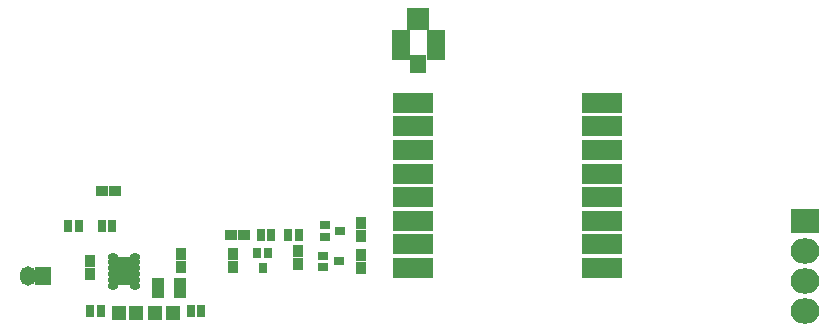
<source format=gts>
G04 #@! TF.FileFunction,Soldermask,Top*
%FSLAX46Y46*%
G04 Gerber Fmt 4.6, Leading zero omitted, Abs format (unit mm)*
G04 Created by KiCad (PCBNEW 4.0.5+dfsg1-4) date Tue Oct  2 15:16:33 2018*
%MOMM*%
%LPD*%
G01*
G04 APERTURE LIST*
%ADD10C,0.100000*%
%ADD11R,1.500000X2.650000*%
%ADD12R,1.450000X1.500000*%
%ADD13R,1.924000X1.924000*%
%ADD14R,3.400000X1.700000*%
%ADD15R,1.350000X1.650000*%
%ADD16O,1.350000X1.650000*%
%ADD17R,0.900000X1.000000*%
%ADD18R,1.000000X0.900000*%
%ADD19R,1.197560X1.197560*%
%ADD20R,1.100000X1.700000*%
%ADD21R,0.910000X0.800000*%
%ADD22R,0.800000X1.000000*%
%ADD23R,2.432000X2.127200*%
%ADD24O,2.432000X2.127200*%
%ADD25O,0.900000X0.650000*%
%ADD26R,1.300000X2.400000*%
%ADD27R,0.800000X0.910000*%
G04 APERTURE END LIST*
D10*
D11*
X154325000Y-103200000D03*
X157275000Y-103200000D03*
D12*
X155800000Y-104750000D03*
D13*
X155800000Y-101000000D03*
D14*
X171310000Y-108060000D03*
X171310000Y-110060000D03*
X171310000Y-112060000D03*
X171310000Y-114060000D03*
X171310000Y-116060000D03*
X171310000Y-118060000D03*
X171310000Y-120060000D03*
X171310000Y-122060000D03*
X155310000Y-122060000D03*
X155310000Y-120060000D03*
X155310000Y-118060000D03*
X155310000Y-116060000D03*
X155310000Y-114060000D03*
X155310000Y-112060000D03*
X155310000Y-110060000D03*
X155310000Y-108060000D03*
D15*
X123990000Y-122730000D03*
D16*
X122740000Y-122730000D03*
D17*
X128020000Y-122540000D03*
X128020000Y-121440000D03*
X135670000Y-121940000D03*
X135670000Y-120840000D03*
X150900000Y-119350000D03*
X150900000Y-118250000D03*
X145600000Y-120650000D03*
X145600000Y-121750000D03*
X140100000Y-121950000D03*
X140100000Y-120850000D03*
D18*
X141050000Y-119300000D03*
X139950000Y-119300000D03*
X130070000Y-115530000D03*
X128970000Y-115530000D03*
D19*
X135019300Y-125840000D03*
X133520700Y-125840000D03*
X130420700Y-125840000D03*
X131919300Y-125840000D03*
D20*
X133710000Y-123740000D03*
X135610000Y-123740000D03*
D21*
X147750000Y-121000000D03*
X147750000Y-122000000D03*
X149050000Y-121500000D03*
X147850000Y-118400000D03*
X147850000Y-119400000D03*
X149150000Y-118900000D03*
D22*
X126170000Y-118540000D03*
X127070000Y-118540000D03*
X129870000Y-118540000D03*
X128970000Y-118540000D03*
X137420000Y-125740000D03*
X136520000Y-125740000D03*
X128020000Y-125740000D03*
X128920000Y-125740000D03*
X143350000Y-119300000D03*
X142450000Y-119300000D03*
D23*
X188520000Y-118040000D03*
D24*
X188520000Y-120580000D03*
X188520000Y-123120000D03*
X188520000Y-125660000D03*
D25*
X131820000Y-123590000D03*
X131820000Y-123090000D03*
X131820000Y-122590000D03*
X131820000Y-122090000D03*
X131820000Y-121590000D03*
X131820000Y-121090000D03*
X129920000Y-121090000D03*
X129920000Y-121590000D03*
X129920000Y-122090000D03*
X129920000Y-122590000D03*
X129920000Y-123090000D03*
X129920000Y-123590000D03*
D26*
X130870000Y-122340000D03*
D17*
X150900000Y-122050000D03*
X150900000Y-120950000D03*
D27*
X143100000Y-120750000D03*
X142100000Y-120750000D03*
X142600000Y-122050000D03*
D22*
X145650000Y-119300000D03*
X144750000Y-119300000D03*
M02*

</source>
